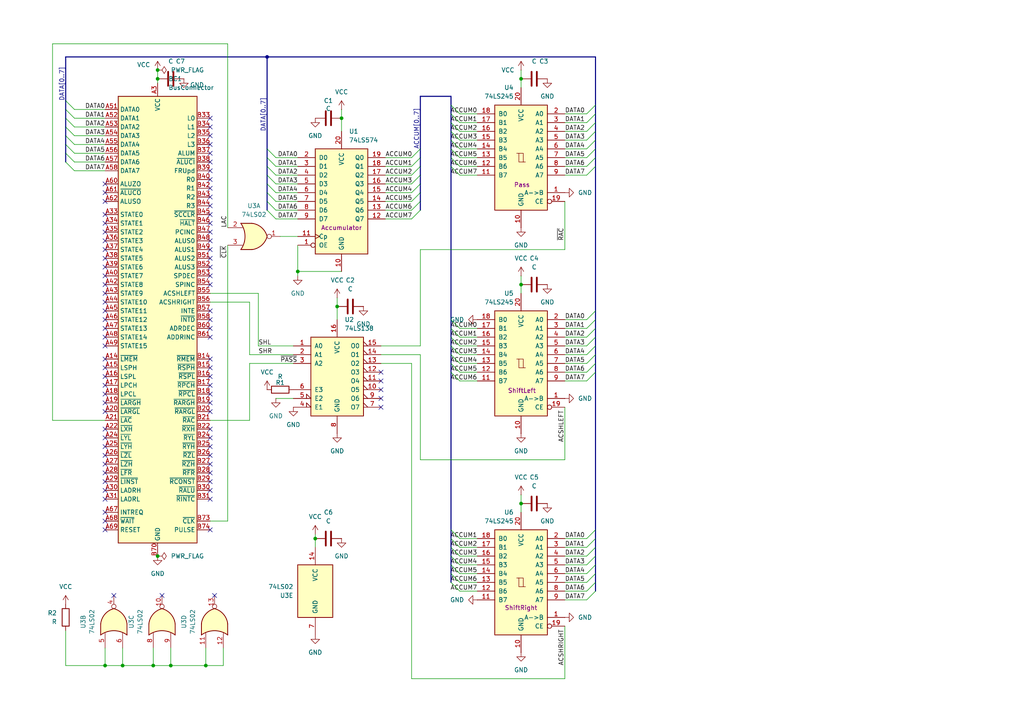
<source format=kicad_sch>
(kicad_sch (version 20250114) (generator "eeschema") (generator_version "9.0")
  (paper "A4")
  (junction (at 45.72 20.32))
  (junction (at 30.48 193.04))
  (junction (at 151.13 22.86))
  (junction (at 151.13 82.55))
  (junction (at 151.13 146.05))
  (junction (at 99.06 34.29))
  (junction (at 97.79 88.9))
  (junction (at 35.56 193.04))
  (junction (at 86.36 78.74))
  (junction (at 91.44 156.21))
  (junction (at 59.69 193.04))
  (junction (at 44.45 193.04))
  (junction (at 49.53 193.04))
  (junction (at 77.47 16.51))
  (junction (at 45.72 161.29))
  (junction (at 45.72 22.86))
  (no_connect (at 30.48 90.17))
  (no_connect (at 60.96 57.15))
  (no_connect (at 30.48 80.01))
  (no_connect (at 60.96 72.39))
  (no_connect (at 30.48 124.46))
  (no_connect (at 30.48 77.47))
  (no_connect (at 30.48 109.22))
  (no_connect (at 60.96 39.37))
  (no_connect (at 60.96 139.7))
  (no_connect (at 60.96 132.08))
  (no_connect (at 60.96 59.69))
  (no_connect (at 60.96 74.93))
  (no_connect (at 30.48 67.31))
  (no_connect (at 110.49 110.49))
  (no_connect (at 30.48 106.68))
  (no_connect (at 60.96 142.24))
  (no_connect (at 30.48 137.16))
  (no_connect (at 30.48 119.38))
  (no_connect (at 30.48 62.23))
  (no_connect (at 60.96 52.07))
  (no_connect (at 60.96 137.16))
  (no_connect (at 60.96 127))
  (no_connect (at 30.48 151.13))
  (no_connect (at 30.48 132.08))
  (no_connect (at 60.96 111.76))
  (no_connect (at 30.48 153.67))
  (no_connect (at 60.96 64.77))
  (no_connect (at 30.48 58.42))
  (no_connect (at 30.48 134.62))
  (no_connect (at 60.96 95.25))
  (no_connect (at 110.49 118.11))
  (no_connect (at 30.48 114.3))
  (no_connect (at 60.96 80.01))
  (no_connect (at 60.96 34.29))
  (no_connect (at 30.48 129.54))
  (no_connect (at 60.96 49.53))
  (no_connect (at 30.48 127))
  (no_connect (at 60.96 92.71))
  (no_connect (at 30.48 144.78))
  (no_connect (at 60.96 124.46))
  (no_connect (at 60.96 134.62))
  (no_connect (at 30.48 92.71))
  (no_connect (at 60.96 114.3))
  (no_connect (at 60.96 67.31))
  (no_connect (at 30.48 55.88))
  (no_connect (at 60.96 119.38))
  (no_connect (at 60.96 69.85))
  (no_connect (at 60.96 153.67))
  (no_connect (at 30.48 116.84))
  (no_connect (at 110.49 115.57))
  (no_connect (at 60.96 106.68))
  (no_connect (at 60.96 46.99))
  (no_connect (at 30.48 100.33))
  (no_connect (at 60.96 77.47))
  (no_connect (at 60.96 44.45))
  (no_connect (at 30.48 74.93))
  (no_connect (at 60.96 129.54))
  (no_connect (at 60.96 82.55))
  (no_connect (at 60.96 97.79))
  (no_connect (at 30.48 72.39))
  (no_connect (at 60.96 90.17))
  (no_connect (at 30.48 139.7))
  (no_connect (at 30.48 85.09))
  (no_connect (at 30.48 95.25))
  (no_connect (at 60.96 104.14))
  (no_connect (at 30.48 69.85))
  (no_connect (at 60.96 144.78))
  (no_connect (at 30.48 97.79))
  (no_connect (at 60.96 36.83))
  (no_connect (at 110.49 113.03))
  (no_connect (at 30.48 82.55))
  (no_connect (at 110.49 107.95))
  (no_connect (at 30.48 104.14))
  (no_connect (at 33.02 172.72))
  (no_connect (at 30.48 53.34))
  (no_connect (at 30.48 111.76))
  (no_connect (at 60.96 41.91))
  (no_connect (at 30.48 148.59))
  (no_connect (at 60.96 116.84))
  (no_connect (at 30.48 142.24))
  (no_connect (at 60.96 62.23))
  (no_connect (at 46.99 172.72))
  (no_connect (at 30.48 64.77))
  (no_connect (at 30.48 87.63))
  (no_connect (at 62.23 172.72))
  (no_connect (at 60.96 54.61))
  (no_connect (at 60.96 109.22))
  (bus_entry (at 130.81 30.48) (size 2.54 2.54))
  (bus_entry (at 130.81 105.41) (size 2.54 2.54))
  (bus_entry (at 172.72 90.17) (size -2.54 2.54))
  (bus_entry (at 121.92 45.72) (size -2.54 2.54))
  (bus_entry (at 19.05 31.75) (size 2.54 2.54))
  (bus_entry (at 121.92 55.88) (size -2.54 2.54))
  (bus_entry (at 130.81 166.37) (size 2.54 2.54))
  (bus_entry (at 130.81 35.56) (size 2.54 2.54))
  (bus_entry (at 172.72 35.56) (size -2.54 2.54))
  (bus_entry (at 172.72 166.37) (size -2.54 2.54))
  (bus_entry (at 19.05 29.21) (size 2.54 2.54))
  (bus_entry (at 130.81 40.64) (size 2.54 2.54))
  (bus_entry (at 172.72 107.95) (size -2.54 2.54))
  (bus_entry (at 19.05 34.29) (size 2.54 2.54))
  (bus_entry (at 130.81 163.83) (size 2.54 2.54))
  (bus_entry (at 121.92 50.8) (size -2.54 2.54))
  (bus_entry (at 121.92 60.96) (size -2.54 2.54))
  (bus_entry (at 19.05 41.91) (size 2.54 2.54))
  (bus_entry (at 77.47 60.96) (size 2.54 2.54))
  (bus_entry (at 121.92 53.34) (size -2.54 2.54))
  (bus_entry (at 121.92 43.18) (size -2.54 2.54))
  (bus_entry (at 172.72 105.41) (size -2.54 2.54))
  (bus_entry (at 130.81 158.75) (size 2.54 2.54))
  (bus_entry (at 172.72 171.45) (size -2.54 2.54))
  (bus_entry (at 130.81 33.02) (size 2.54 2.54))
  (bus_entry (at 19.05 44.45) (size 2.54 2.54))
  (bus_entry (at 130.81 95.25) (size 2.54 2.54))
  (bus_entry (at 130.81 156.21) (size 2.54 2.54))
  (bus_entry (at 172.72 43.18) (size -2.54 2.54))
  (bus_entry (at 77.47 50.8) (size 2.54 2.54))
  (bus_entry (at 172.72 163.83) (size -2.54 2.54))
  (bus_entry (at 172.72 156.21) (size -2.54 2.54))
  (bus_entry (at 19.05 46.99) (size 2.54 2.54))
  (bus_entry (at 121.92 58.42) (size -2.54 2.54))
  (bus_entry (at 77.47 58.42) (size 2.54 2.54))
  (bus_entry (at 130.81 45.72) (size 2.54 2.54))
  (bus_entry (at 19.05 39.37) (size 2.54 2.54))
  (bus_entry (at 77.47 43.18) (size 2.54 2.54))
  (bus_entry (at 130.81 38.1) (size 2.54 2.54))
  (bus_entry (at 172.72 168.91) (size -2.54 2.54))
  (bus_entry (at 19.05 36.83) (size 2.54 2.54))
  (bus_entry (at 172.72 158.75) (size -2.54 2.54))
  (bus_entry (at 130.81 100.33) (size 2.54 2.54))
  (bus_entry (at 130.81 107.95) (size 2.54 2.54))
  (bus_entry (at 130.81 168.91) (size 2.54 2.54))
  (bus_entry (at 172.72 95.25) (size -2.54 2.54))
  (bus_entry (at 130.81 97.79) (size 2.54 2.54))
  (bus_entry (at 130.81 43.18) (size 2.54 2.54))
  (bus_entry (at 172.72 30.48) (size -2.54 2.54))
  (bus_entry (at 172.72 97.79) (size -2.54 2.54))
  (bus_entry (at 172.72 161.29) (size -2.54 2.54))
  (bus_entry (at 172.72 102.87) (size -2.54 2.54))
  (bus_entry (at 77.47 53.34) (size 2.54 2.54))
  (bus_entry (at 172.72 153.67) (size -2.54 2.54))
  (bus_entry (at 130.81 92.71) (size 2.54 2.54))
  (bus_entry (at 77.47 55.88) (size 2.54 2.54))
  (bus_entry (at 172.72 40.64) (size -2.54 2.54))
  (bus_entry (at 121.92 48.26) (size -2.54 2.54))
  (bus_entry (at 77.47 48.26) (size 2.54 2.54))
  (bus_entry (at 130.81 48.26) (size 2.54 2.54))
  (bus_entry (at 130.81 153.67) (size 2.54 2.54))
  (bus_entry (at 77.47 45.72) (size 2.54 2.54))
  (bus_entry (at 130.81 102.87) (size 2.54 2.54))
  (bus_entry (at 130.81 161.29) (size 2.54 2.54))
  (bus_entry (at 172.72 92.71) (size -2.54 2.54))
  (bus_entry (at 172.72 38.1) (size -2.54 2.54))
  (bus_entry (at 172.72 45.72) (size -2.54 2.54))
  (bus_entry (at 172.72 48.26) (size -2.54 2.54))
  (bus_entry (at 172.72 33.02) (size -2.54 2.54))
  (bus_entry (at 172.72 100.33) (size -2.54 2.54))
  (wire (pts (xy 111.76 63.5) (xy 119.38 63.5)))
  (wire (pts (xy 110.49 100.33) (xy 121.92 100.33)))
  (wire (pts (xy 111.76 48.26) (xy 119.38 48.26)))
  (wire (pts (xy 133.35 171.45) (xy 138.43 171.45)))
  (bus (pts (xy 77.47 16.51) (xy 19.05 16.51)))
  (wire (pts (xy 163.83 72.39) (xy 163.83 58.42)))
  (wire (pts (xy 74.93 100.33) (xy 85.09 100.33)))
  (wire (pts (xy 91.44 154.94) (xy 91.44 156.21)))
  (bus (pts (xy 130.81 92.71) (xy 130.81 95.25)))
  (wire (pts (xy 30.48 121.92) (xy 15.24 121.92)))
  (wire (pts (xy 49.53 193.04) (xy 59.69 193.04)))
  (wire (pts (xy 133.35 105.41) (xy 138.43 105.41)))
  (wire (pts (xy 133.35 107.95) (xy 138.43 107.95)))
  (bus (pts (xy 130.81 156.21) (xy 130.81 158.75)))
  (bus (pts (xy 130.81 166.37) (xy 130.81 168.91)))
  (wire (pts (xy 170.18 110.49) (xy 163.83 110.49)))
  (wire (pts (xy 44.45 187.96) (xy 44.45 193.04)))
  (wire (pts (xy 21.59 46.99) (xy 30.48 46.99)))
  (wire (pts (xy 133.35 102.87) (xy 138.43 102.87)))
  (bus (pts (xy 77.47 45.72) (xy 77.47 48.26)))
  (wire (pts (xy 35.56 193.04) (xy 44.45 193.04)))
  (bus (pts (xy 172.72 156.21) (xy 172.72 158.75)))
  (wire (pts (xy 151.13 80.01) (xy 151.13 82.55)))
  (bus (pts (xy 172.72 30.48) (xy 172.72 33.02)))
  (bus (pts (xy 19.05 34.29) (xy 19.05 36.83)))
  (wire (pts (xy 133.35 166.37) (xy 138.43 166.37)))
  (wire (pts (xy 133.35 45.72) (xy 138.43 45.72)))
  (wire (pts (xy 121.92 102.87) (xy 121.92 133.35)))
  (bus (pts (xy 172.72 40.64) (xy 172.72 43.18)))
  (wire (pts (xy 80.01 48.26) (xy 86.36 48.26)))
  (wire (pts (xy 170.18 166.37) (xy 163.83 166.37)))
  (wire (pts (xy 111.76 45.72) (xy 119.38 45.72)))
  (bus (pts (xy 172.72 102.87) (xy 172.72 105.41)))
  (wire (pts (xy 99.06 78.74) (xy 86.36 78.74)))
  (wire (pts (xy 66.04 71.12) (xy 66.04 151.13)))
  (wire (pts (xy 72.39 102.87) (xy 85.09 102.87)))
  (wire (pts (xy 80.01 50.8) (xy 86.36 50.8)))
  (bus (pts (xy 130.81 33.02) (xy 130.81 35.56)))
  (wire (pts (xy 110.49 105.41) (xy 119.38 105.41)))
  (wire (pts (xy 133.35 161.29) (xy 138.43 161.29)))
  (wire (pts (xy 133.35 100.33) (xy 138.43 100.33)))
  (wire (pts (xy 45.72 22.86) (xy 45.72 24.13)))
  (wire (pts (xy 170.18 97.79) (xy 163.83 97.79)))
  (bus (pts (xy 172.72 16.51) (xy 77.47 16.51)))
  (wire (pts (xy 72.39 121.92) (xy 72.39 105.41)))
  (bus (pts (xy 121.92 43.18) (xy 121.92 45.72)))
  (wire (pts (xy 170.18 171.45) (xy 163.83 171.45)))
  (wire (pts (xy 170.18 168.91) (xy 163.83 168.91)))
  (wire (pts (xy 80.01 55.88) (xy 86.36 55.88)))
  (wire (pts (xy 170.18 105.41) (xy 163.83 105.41)))
  (wire (pts (xy 72.39 87.63) (xy 72.39 102.87)))
  (bus (pts (xy 130.81 35.56) (xy 130.81 38.1)))
  (bus (pts (xy 19.05 29.21) (xy 19.05 31.75)))
  (wire (pts (xy 111.76 60.96) (xy 119.38 60.96)))
  (wire (pts (xy 170.18 33.02) (xy 163.83 33.02)))
  (wire (pts (xy 133.35 50.8) (xy 138.43 50.8)))
  (wire (pts (xy 35.56 187.96) (xy 35.56 193.04)))
  (bus (pts (xy 172.72 100.33) (xy 172.72 102.87)))
  (bus (pts (xy 77.47 53.34) (xy 77.47 55.88)))
  (bus (pts (xy 130.81 95.25) (xy 130.81 97.79)))
  (wire (pts (xy 21.59 41.91) (xy 30.48 41.91)))
  (wire (pts (xy 66.04 12.7) (xy 66.04 66.04)))
  (wire (pts (xy 133.35 48.26) (xy 138.43 48.26)))
  (wire (pts (xy 133.35 158.75) (xy 138.43 158.75)))
  (wire (pts (xy 111.76 55.88) (xy 119.38 55.88)))
  (bus (pts (xy 130.81 105.41) (xy 130.81 107.95)))
  (wire (pts (xy 80.01 45.72) (xy 86.36 45.72)))
  (wire (pts (xy 170.18 38.1) (xy 163.83 38.1)))
  (wire (pts (xy 133.35 168.91) (xy 138.43 168.91)))
  (bus (pts (xy 121.92 53.34) (xy 121.92 55.88)))
  (wire (pts (xy 97.79 88.9) (xy 97.79 92.71)))
  (wire (pts (xy 121.92 72.39) (xy 163.83 72.39)))
  (wire (pts (xy 99.06 34.29) (xy 99.06 38.1)))
  (wire (pts (xy 30.48 193.04) (xy 35.56 193.04)))
  (bus (pts (xy 172.72 48.26) (xy 172.72 90.17)))
  (wire (pts (xy 133.35 40.64) (xy 138.43 40.64)))
  (bus (pts (xy 172.72 35.56) (xy 172.72 38.1)))
  (bus (pts (xy 130.81 100.33) (xy 130.81 102.87)))
  (bus (pts (xy 77.47 48.26) (xy 77.47 50.8)))
  (wire (pts (xy 15.24 121.92) (xy 15.24 12.7)))
  (wire (pts (xy 170.18 92.71) (xy 163.83 92.71)))
  (wire (pts (xy 59.69 193.04) (xy 64.77 193.04)))
  (wire (pts (xy 170.18 102.87) (xy 163.83 102.87)))
  (wire (pts (xy 133.35 33.02) (xy 138.43 33.02)))
  (bus (pts (xy 121.92 48.26) (xy 121.92 50.8)))
  (wire (pts (xy 21.59 39.37) (xy 30.48 39.37)))
  (bus (pts (xy 172.72 43.18) (xy 172.72 45.72)))
  (wire (pts (xy 133.35 156.21) (xy 138.43 156.21)))
  (wire (pts (xy 21.59 36.83) (xy 30.48 36.83)))
  (wire (pts (xy 99.06 31.75) (xy 99.06 34.29)))
  (wire (pts (xy 170.18 48.26) (xy 163.83 48.26)))
  (bus (pts (xy 19.05 39.37) (xy 19.05 41.91)))
  (bus (pts (xy 172.72 30.48) (xy 172.72 16.51)))
  (bus (pts (xy 172.72 92.71) (xy 172.72 95.25)))
  (bus (pts (xy 19.05 16.51) (xy 19.05 29.21)))
  (wire (pts (xy 170.18 100.33) (xy 163.83 100.33)))
  (wire (pts (xy 80.01 63.5) (xy 86.36 63.5)))
  (wire (pts (xy 170.18 95.25) (xy 163.83 95.25)))
  (wire (pts (xy 119.38 196.85) (xy 163.83 196.85)))
  (wire (pts (xy 97.79 86.36) (xy 97.79 88.9)))
  (wire (pts (xy 133.35 97.79) (xy 138.43 97.79)))
  (wire (pts (xy 45.72 20.32) (xy 45.72 22.86)))
  (bus (pts (xy 130.81 158.75) (xy 130.81 161.29)))
  (wire (pts (xy 151.13 20.32) (xy 151.13 22.86)))
  (bus (pts (xy 172.72 166.37) (xy 172.72 168.91)))
  (wire (pts (xy 49.53 187.96) (xy 49.53 193.04)))
  (wire (pts (xy 21.59 31.75) (xy 30.48 31.75)))
  (wire (pts (xy 133.35 38.1) (xy 138.43 38.1)))
  (wire (pts (xy 60.96 151.13) (xy 66.04 151.13)))
  (wire (pts (xy 133.35 110.49) (xy 138.43 110.49)))
  (bus (pts (xy 172.72 33.02) (xy 172.72 35.56)))
  (wire (pts (xy 60.96 85.09) (xy 74.93 85.09)))
  (wire (pts (xy 170.18 158.75) (xy 163.83 158.75)))
  (wire (pts (xy 121.92 133.35) (xy 163.83 133.35)))
  (wire (pts (xy 21.59 34.29) (xy 30.48 34.29)))
  (wire (pts (xy 110.49 102.87) (xy 121.92 102.87)))
  (wire (pts (xy 133.35 43.18) (xy 138.43 43.18)))
  (bus (pts (xy 77.47 50.8) (xy 77.47 53.34)))
  (bus (pts (xy 121.92 43.18) (xy 121.92 27.94)))
  (bus (pts (xy 121.92 45.72) (xy 121.92 48.26)))
  (bus (pts (xy 121.92 55.88) (xy 121.92 58.42)))
  (wire (pts (xy 91.44 156.21) (xy 91.44 158.75)))
  (wire (pts (xy 170.18 163.83) (xy 163.83 163.83)))
  (bus (pts (xy 172.72 90.17) (xy 172.72 92.71)))
  (wire (pts (xy 19.05 182.88) (xy 19.05 193.04)))
  (wire (pts (xy 151.13 22.86) (xy 151.13 25.4)))
  (bus (pts (xy 172.72 45.72) (xy 172.72 48.26)))
  (wire (pts (xy 133.35 35.56) (xy 138.43 35.56)))
  (wire (pts (xy 151.13 143.51) (xy 151.13 146.05)))
  (wire (pts (xy 170.18 35.56) (xy 163.83 35.56)))
  (wire (pts (xy 133.35 95.25) (xy 138.43 95.25)))
  (wire (pts (xy 80.01 115.57) (xy 85.09 115.57)))
  (bus (pts (xy 130.81 30.48) (xy 130.81 33.02)))
  (bus (pts (xy 19.05 31.75) (xy 19.05 34.29)))
  (wire (pts (xy 80.01 58.42) (xy 86.36 58.42)))
  (bus (pts (xy 172.72 97.79) (xy 172.72 100.33)))
  (bus (pts (xy 130.81 48.26) (xy 130.81 92.71)))
  (wire (pts (xy 151.13 146.05) (xy 151.13 148.59)))
  (bus (pts (xy 172.72 168.91) (xy 172.72 171.45)))
  (wire (pts (xy 64.77 193.04) (xy 64.77 187.96)))
  (bus (pts (xy 130.81 102.87) (xy 130.81 105.41)))
  (bus (pts (xy 77.47 16.51) (xy 77.47 43.18)))
  (bus (pts (xy 172.72 161.29) (xy 172.72 163.83)))
  (bus (pts (xy 172.72 107.95) (xy 172.72 153.67)))
  (bus (pts (xy 19.05 36.83) (xy 19.05 39.37)))
  (wire (pts (xy 170.18 40.64) (xy 163.83 40.64)))
  (wire (pts (xy 111.76 58.42) (xy 119.38 58.42)))
  (wire (pts (xy 170.18 161.29) (xy 163.83 161.29)))
  (bus (pts (xy 130.81 43.18) (xy 130.81 45.72)))
  (wire (pts (xy 151.13 82.55) (xy 151.13 85.09)))
  (wire (pts (xy 59.69 187.96) (xy 59.69 193.04)))
  (wire (pts (xy 111.76 53.34) (xy 119.38 53.34)))
  (wire (pts (xy 170.18 173.99) (xy 163.83 173.99)))
  (wire (pts (xy 80.01 53.34) (xy 86.36 53.34)))
  (wire (pts (xy 121.92 100.33) (xy 121.92 72.39)))
  (wire (pts (xy 170.18 43.18) (xy 163.83 43.18)))
  (bus (pts (xy 172.72 163.83) (xy 172.72 166.37)))
  (bus (pts (xy 130.81 161.29) (xy 130.81 163.83)))
  (bus (pts (xy 172.72 38.1) (xy 172.72 40.64)))
  (wire (pts (xy 170.18 50.8) (xy 163.83 50.8)))
  (wire (pts (xy 60.96 121.92) (xy 72.39 121.92)))
  (wire (pts (xy 170.18 156.21) (xy 163.83 156.21)))
  (bus (pts (xy 130.81 163.83) (xy 130.81 166.37)))
  (bus (pts (xy 121.92 58.42) (xy 121.92 60.96)))
  (bus (pts (xy 77.47 58.42) (xy 77.47 60.96)))
  (bus (pts (xy 130.81 45.72) (xy 130.81 48.26)))
  (bus (pts (xy 172.72 158.75) (xy 172.72 161.29)))
  (wire (pts (xy 60.96 87.63) (xy 72.39 87.63)))
  (bus (pts (xy 130.81 40.64) (xy 130.81 43.18)))
  (wire (pts (xy 170.18 45.72) (xy 163.83 45.72)))
  (wire (pts (xy 21.59 44.45) (xy 30.48 44.45)))
  (wire (pts (xy 86.36 78.74) (xy 86.36 80.01)))
  (wire (pts (xy 44.45 193.04) (xy 49.53 193.04)))
  (wire (pts (xy 19.05 193.04) (xy 30.48 193.04)))
  (wire (pts (xy 163.83 133.35) (xy 163.83 118.11)))
  (bus (pts (xy 77.47 55.88) (xy 77.47 58.42)))
  (bus (pts (xy 77.47 43.18) (xy 77.47 45.72)))
  (wire (pts (xy 74.93 85.09) (xy 74.93 100.33)))
  (bus (pts (xy 130.81 97.79) (xy 130.81 100.33)))
  (wire (pts (xy 119.38 105.41) (xy 119.38 196.85)))
  (bus (pts (xy 172.72 95.25) (xy 172.72 97.79)))
  (bus (pts (xy 121.92 27.94) (xy 130.81 27.94)))
  (wire (pts (xy 81.28 68.58) (xy 86.36 68.58)))
  (wire (pts (xy 80.01 60.96) (xy 86.36 60.96)))
  (wire (pts (xy 170.18 107.95) (xy 163.83 107.95)))
  (bus (pts (xy 130.81 27.94) (xy 130.81 30.48)))
  (wire (pts (xy 86.36 71.12) (xy 86.36 78.74)))
  (bus (pts (xy 130.81 107.95) (xy 130.81 153.67)))
  (wire (pts (xy 163.83 196.85) (xy 163.83 181.61)))
  (wire (pts (xy 21.59 49.53) (xy 30.48 49.53)))
  (wire (pts (xy 133.35 163.83) (xy 138.43 163.83)))
  (bus (pts (xy 121.92 50.8) (xy 121.92 53.34)))
  (bus (pts (xy 172.72 153.67) (xy 172.72 156.21)))
  (bus (pts (xy 130.81 38.1) (xy 130.81 40.64)))
  (bus (pts (xy 130.81 153.67) (xy 130.81 156.21)))
  (bus (pts (xy 19.05 44.45) (xy 19.05 46.99)))
  (wire (pts (xy 111.76 50.8) (xy 119.38 50.8)))
  (bus (pts (xy 19.05 41.91) (xy 19.05 44.45)))
  (bus (pts (xy 172.72 105.41) (xy 172.72 107.95)))
  (wire (pts (xy 15.24 12.7) (xy 66.04 12.7)))
  (wire (pts (xy 72.39 105.41) (xy 85.09 105.41)))
  (wire (pts (xy 30.48 187.96) (xy 30.48 193.04)))
  (label "DATA7" (at 163.83 50.8 0))
  (label "ACCUM5" (at 138.43 107.95 180))
  (label "ACCUM3" (at 138.43 161.29 180))
  (label "ACCUM5" (at 138.43 45.72 180))
  (label "ACCUM4" (at 138.43 163.83 180))
  (label "DATA6" (at 30.48 46.99 180))
  (label "ACCUM6" (at 138.43 110.49 180))
  (label "DATA6" (at 163.83 107.95 0))
  (label "ACCUM1" (at 138.43 97.79 180))
  (label "DATA6" (at 163.83 48.26 0))
  (label "SHL" (at 74.93 100.33 0))
  (label "ACCUM0" (at 138.43 95.25 180))
  (label "DATA4" (at 163.83 166.37 0))
  (label "DATA[0..7]" (at 19.05 29.21 90))
  (label "ACCUM2" (at 111.76 50.8 0))
  (label "DATA4" (at 163.83 43.18 0))
  (label "ACCUM3" (at 111.76 53.34 0))
  (label "ACCUM6" (at 138.43 48.26 180))
  (label "DATA[0..7]" (at 77.47 38.1 90))
  (label "DATA0" (at 163.83 92.71 0))
  (label "~{PASS}" (at 81.28 105.41 0))
  (label "DATA6" (at 86.36 60.96 180))
  (label "ACCUM4" (at 138.43 43.18 180))
  (label "DATA2" (at 30.48 36.83 180))
  (label "ACCUM2" (at 138.43 100.33 180))
  (label "ACCUM6" (at 111.76 60.96 0))
  (label "DATA2" (at 163.83 161.29 0))
  (label "ACCUM4" (at 138.43 105.41 180))
  (label "DATA2" (at 163.83 38.1 0))
  (label "DATA7" (at 163.83 110.49 0))
  (label "ACCUM4" (at 111.76 55.88 0))
  (label "DATA3" (at 30.48 39.37 180))
  (label "ACCUM3" (at 138.43 40.64 180))
  (label "DATA0" (at 86.36 45.72 180))
  (label "ACCUM7" (at 138.43 171.45 180))
  (label "DATA7" (at 86.36 63.5 180))
  (label "ACCUM1" (at 138.43 156.21 180))
  (label "SHR" (at 74.93 102.87 0))
  (label "~{CLK}" (at 66.04 74.93 90))
  (label "DATA1" (at 30.48 34.29 180))
  (label "ACCUM[0..7]" (at 121.92 43.18 90))
  (label "DATA2" (at 163.83 97.79 0))
  (label "DATA5" (at 163.83 105.41 0))
  (label "ACCUM0" (at 111.76 45.72 0))
  (label "ACCUM5" (at 138.43 166.37 180))
  (label "DATA0" (at 30.48 31.75 180))
  (label "ACCUM1" (at 111.76 48.26 0))
  (label "DATA6" (at 163.83 171.45 0))
  (label "DATA3" (at 163.83 40.64 0))
  (label "DATA5" (at 86.36 58.42 180))
  (label "ACCUM7" (at 138.43 50.8 180))
  (label "DATA2" (at 86.36 50.8 180))
  (label "DATA7" (at 163.83 173.99 0))
  (label "ACCUM0" (at 138.43 33.02 180))
  (label "DATA4" (at 30.48 41.91 180))
  (label "ACCUM2" (at 138.43 38.1 180))
  (label "DATA3" (at 86.36 53.34 180))
  (label "DATA3" (at 163.83 163.83 0))
  (label "DATA5" (at 30.48 44.45 180))
  (label "DATA0" (at 163.83 156.21 0))
  (label "ACCUM3" (at 138.43 102.87 180))
  (label "ACCUM5" (at 111.76 58.42 0))
  (label "ACCUM7" (at 111.76 63.5 0))
  (label "ACSHRIGHT" (at 163.83 193.04 90))
  (label "DATA3" (at 163.83 100.33 0))
  (label "~{RAC}" (at 163.83 69.85 90))
  (label "ACCUM2" (at 138.43 158.75 180))
  (label "DATA1" (at 86.36 48.26 180))
  (label "DATA4" (at 163.83 102.87 0))
  (label "ACCUM1" (at 138.43 35.56 180))
  (label "DATA1" (at 163.83 158.75 0))
  (label "LAC" (at 66.04 66.04 90))
  (label "DATA0" (at 163.83 33.02 0))
  (label "ACCUM6" (at 138.43 168.91 180))
  (label "DATA1" (at 163.83 35.56 0))
  (label "DATA1" (at 163.83 95.25 0))
  (label "DATA5" (at 163.83 168.91 0))
  (label "DATA4" (at 86.36 55.88 180))
  (label "ACSHLEFT" (at 163.83 128.27 90))
  (label "DATA5" (at 163.83 45.72 0))
  (label "DATA7" (at 30.48 49.53 180))
  (symbol (lib_id "cpu816symbols:BusConnector") (at 45.72 92.71 0) (mirror y) (unit 1)
    (property "Reference" "BC1" (at 48.8381 22.86 0) (effects (justify right)))
    (property "Value" "BusConnector" (at 48.8381 25.4 0) (effects (justify right)))
    (property "Footprint" "Connector_PCBEdge:BUS_PCIexpress_x16" (effects (hide yes)))
    (property "Description" "PCI Express bus connector" (effects (hide yes)))
  )
  (symbol (lib_id "power:VCC") (at 99.06 31.75 0) (unit 1)
    (property "Reference" "#PWR01" (effects (hide yes)))
    (property "Value" "VCC" (at 99.06 26.67 0))
    (property "Description" "Power symbol creates a global label with name \"VCC\"" (effects (hide yes)))
  )
  (symbol (lib_id "power:GND") (at 163.83 115.57 90) (unit 1)
    (property "Reference" "#PWR010" (effects (hide yes)))
    (property "Value" "GND" (at 167.64 115.5699 90) (effects (justify right)))
    (property "Description" "Power symbol creates a global label with name \"GND\" , ground" (effects (hide yes)))
  )
  (symbol (lib_id "power:GND") (at 163.83 179.07 90) (unit 1)
    (property "Reference" "#PWR015" (effects (hide yes)))
    (property "Value" "GND" (at 167.64 179.0699 90) (effects (justify right)))
    (property "Description" "Power symbol creates a global label with name \"GND\" , ground" (effects (hide yes)))
  )
  (symbol (lib_id "power:GND") (at 86.36 80.01 0) (unit 1)
    (property "Reference" "#PWR02" (effects (hide yes)))
    (property "Value" "GND" (at 86.36 85.09 0))
    (property "Description" "Power symbol creates a global label with name \"GND\" , ground" (effects (hide yes)))
  )
  (symbol (lib_id "power:GND") (at 91.44 184.15 0) (unit 1)
    (property "Reference" "#PWR026" (effects (hide yes)))
    (property "Value" "GND" (at 91.44 189.23 0))
    (property "Description" "Power symbol creates a global label with name \"GND\" , ground" (effects (hide yes)))
  )
  (symbol (lib_id "power:GND") (at 91.44 34.29 0) (unit 1)
    (property "Reference" "#PWR03" (effects (hide yes)))
    (property "Value" "GND" (at 91.44 39.37 0))
    (property "Description" "Power symbol creates a global label with name \"GND\" , ground" (effects (hide yes)))
  )
  (symbol (lib_id "Device:R") (at 81.28 113.03 90) (unit 1)
    (property "Reference" "R1" (at 81.28 110.998 90))
    (property "Value" "R" (at 81.28 109.22 90))
    (property "Footprint" "Resistor_THT:R_Axial_DIN0207_L6.3mm_D2.5mm_P7.62mm_Horizontal" (effects (hide yes)))
    (property "Description" "Resistor" (effects (hide yes)))
  )
  (symbol (lib_id "power:VCC") (at 45.72 20.32 0) (unit 1)
    (property "Reference" "#PWR028" (effects (hide yes)))
    (property "Value" "VCC" (at 41.656 18.796 0))
    (property "Description" "Power symbol creates a global label with name \"VCC\"" (effects (hide yes)))
  )
  (symbol (lib_id "74xx:74LS245") (at 151.13 168.91 0) (mirror y) (unit 1)
    (property "Reference" "U6" (at 148.9867 148.59 0) (effects (justify left)))
    (property "Value" "74LS245" (at 148.9867 151.13 0) (effects (justify left)))
    (property "Footprint" "Package_DIP:DIP-20_W7.62mm_Socket_LongPads" (effects (hide yes)))
    (property "Datasheet" "http://www.ti.com/lit/gpn/sn74LS245" (effects (hide yes)))
    (property "Description" "Octal BUS Transceivers, 3-State outputs" (effects (hide yes)))
    (property "Type" "ShiftRight" (at 151.13 176.276 0))
  )
  (symbol (lib_id "power:GND") (at 151.13 125.73 0) (unit 1)
    (property "Reference" "#PWR011" (effects (hide yes)))
    (property "Value" "GND" (at 151.13 130.81 0))
    (property "Description" "Power symbol creates a global label with name \"GND\" , ground" (effects (hide yes)))
  )
  (symbol (lib_id "power:PWR_FLAG") (at 45.72 161.29 270) (unit 1)
    (property "Reference" "#FLG02" (effects (hide yes)))
    (property "Value" "PWR_FLAG" (at 49.53 161.2899 90) (effects (justify left)))
    (property "Description" "Special symbol for telling ERC where power comes from" (effects (hide yes)))
  )
  (symbol (lib_id "power:PWR_FLAG") (at 45.72 20.32 270) (unit 1)
    (property "Reference" "#FLG01" (effects (hide yes)))
    (property "Value" "PWR_FLAG" (at 49.53 20.3199 90) (effects (justify left)))
    (property "Description" "Special symbol for telling ERC where power comes from" (effects (hide yes)))
  )
  (symbol (lib_id "power:VCC") (at 151.13 80.01 0) (unit 1)
    (property "Reference" "#PWR020" (effects (hide yes)))
    (property "Value" "VCC" (at 151.13 74.93 0))
    (property "Description" "Power symbol creates a global label with name \"VCC\"" (effects (hide yes)))
  )
  (symbol (lib_id "power:VCC") (at 91.44 154.94 0) (unit 1)
    (property "Reference" "#PWR024" (effects (hide yes)))
    (property "Value" "VCC" (at 91.44 149.86 0))
    (property "Description" "Power symbol creates a global label with name \"VCC\"" (effects (hide yes)))
  )
  (symbol (lib_id "Device:C") (at 154.94 82.55 90) (unit 1)
    (property "Reference" "C4" (at 154.94 74.93 90))
    (property "Value" "C" (at 154.94 77.47 90))
    (property "Footprint" "Capacitor_THT:C_Disc_D5.0mm_W2.5mm_P5.00mm" (effects (hide yes)))
    (property "Description" "Unpolarized capacitor" (effects (hide yes)))
  )
  (symbol (lib_id "power:VCC") (at 97.79 86.36 0) (unit 1)
    (property "Reference" "#PWR04" (effects (hide yes)))
    (property "Value" "VCC" (at 97.79 81.28 0))
    (property "Description" "Power symbol creates a global label with name \"VCC\"" (effects (hide yes)))
  )
  (symbol (lib_id "power:GND") (at 151.13 189.23 0) (unit 1)
    (property "Reference" "#PWR012" (effects (hide yes)))
    (property "Value" "GND" (at 151.13 194.31 0))
    (property "Description" "Power symbol creates a global label with name \"GND\" , ground" (effects (hide yes)))
  )
  (symbol (lib_id "74xx:74LS02") (at 33.02 180.34 90) (unit 2)
    (property "Reference" "U3" (at 24.13 180.34 0))
    (property "Value" "74LS02" (at 26.67 180.34 0))
    (property "Footprint" "Package_DIP:DIP-14_W7.62mm_Socket_LongPads" (effects (hide yes)))
    (property "Datasheet" "http://www.ti.com/lit/gpn/sn74ls02" (effects (hide yes)))
    (property "Description" "quad 2-input NOR gate" (effects (hide yes)))
  )
  (symbol (lib_id "power:GND") (at 158.75 22.86 0) (unit 1)
    (property "Reference" "#PWR017" (effects (hide yes)))
    (property "Value" "GND" (at 158.75 27.94 0))
    (property "Description" "Power symbol creates a global label with name \"GND\" , ground" (effects (hide yes)))
  )
  (symbol (lib_id "power:GND") (at 97.79 125.73 0) (unit 1)
    (property "Reference" "#PWR06" (effects (hide yes)))
    (property "Value" "GND" (at 97.79 130.81 0))
    (property "Description" "Power symbol creates a global label with name \"GND\" , ground" (effects (hide yes)))
  )
  (symbol (lib_id "74xx:74LS138") (at 97.79 107.95 0) (unit 1)
    (property "Reference" "U2" (at 99.9333 92.71 0) (effects (justify left)))
    (property "Value" "74LS138" (at 99.9333 95.25 0) (effects (justify left)))
    (property "Footprint" "Package_DIP:DIP-16_W7.62mm_Socket_LongPads" (effects (hide yes)))
    (property "Datasheet" "http://www.ti.com/lit/gpn/sn74LS138" (effects (hide yes)))
    (property "Description" "Decoder 3 to 8 active low outputs" (effects (hide yes)))
  )
  (symbol (lib_id "74xx:74LS245") (at 151.13 45.72 0) (mirror y) (unit 1)
    (property "Reference" "U4" (at 148.9867 25.4 0) (effects (justify left)))
    (property "Value" "74LS245" (at 148.9867 27.94 0) (effects (justify left)))
    (property "Footprint" "Package_DIP:DIP-20_W7.62mm_Socket_LongPads" (effects (hide yes)))
    (property "Datasheet" "http://www.ti.com/lit/gpn/sn74LS245" (effects (hide yes)))
    (property "Description" "Octal BUS Transceivers, 3-State outputs" (effects (hide yes)))
    (property "Type" "Pass" (at 151.384 53.594 0))
  )
  (symbol (lib_id "power:GND") (at 158.75 82.55 0) (unit 1)
    (property "Reference" "#PWR021" (effects (hide yes)))
    (property "Value" "GND" (at 158.75 87.63 0))
    (property "Description" "Power symbol creates a global label with name \"GND\" , ground" (effects (hide yes)))
  )
  (symbol (lib_id "74xx:74LS02") (at 91.44 171.45 0) (unit 5)
    (property "Reference" "U3" (at 85.09 172.7201 0) (effects (justify right)))
    (property "Value" "74LS02" (at 85.09 170.1801 0) (effects (justify right)))
    (property "Footprint" "Package_DIP:DIP-14_W7.62mm_Socket_LongPads" (effects (hide yes)))
    (property "Datasheet" "http://www.ti.com/lit/gpn/sn74ls02" (effects (hide yes)))
    (property "Description" "quad 2-input NOR gate" (effects (hide yes)))
  )
  (symbol (lib_id "power:GND") (at 80.01 115.57 0) (unit 1)
    (property "Reference" "#PWR08" (effects (hide yes)))
    (property "Value" "GND" (at 80.01 120.65 0))
    (property "Description" "Power symbol creates a global label with name \"GND\" , ground" (effects (hide yes)))
  )
  (symbol (lib_id "Device:C") (at 95.25 34.29 270) (mirror x) (unit 1)
    (property "Reference" "C1" (at 95.25 29.21 90))
    (property "Value" "C" (at 95.25 31.496 90))
    (property "Footprint" "Capacitor_THT:C_Disc_D5.0mm_W2.5mm_P5.00mm" (effects (hide yes)))
    (property "Description" "Unpolarized capacitor" (effects (hide yes)))
  )
  (symbol (lib_id "power:GND") (at 85.09 118.11 0) (unit 1)
    (property "Reference" "#PWR07" (effects (hide yes)))
    (property "Value" "GND" (at 85.09 123.19 0))
    (property "Description" "Power symbol creates a global label with name \"GND\" , ground" (effects (hide yes)))
  )
  (symbol (lib_id "74xx:74LS02") (at 62.23 180.34 90) (unit 4)
    (property "Reference" "U3" (at 53.34 180.34 0))
    (property "Value" "74LS02" (at 55.88 180.34 0))
    (property "Footprint" "Package_DIP:DIP-14_W7.62mm_Socket_LongPads" (effects (hide yes)))
    (property "Datasheet" "http://www.ti.com/lit/gpn/sn74ls02" (effects (hide yes)))
    (property "Description" "quad 2-input NOR gate" (effects (hide yes)))
  )
  (symbol (lib_id "Device:C") (at 49.53 22.86 90) (unit 1) (exclude_from_sim yes)
    (property "Reference" "C7" (at 52.324 17.78 90))
    (property "Value" "C" (at 49.53 17.78 90))
    (property "Footprint" "Capacitor_THT:C_Radial_D6.3mm_H5.0mm_P2.50mm" (effects (hide yes)))
    (property "Description" "Unpolarized capacitor" (effects (hide yes)))
  )
  (symbol (lib_id "power:VCC") (at 77.47 113.03 0) (unit 1)
    (property "Reference" "#PWR09" (effects (hide yes)))
    (property "Value" "VCC" (at 77.47 107.95 0))
    (property "Description" "Power symbol creates a global label with name \"VCC\"" (effects (hide yes)))
  )
  (symbol (lib_id "power:GND") (at 138.43 92.71 270) (unit 1)
    (property "Reference" "#PWR019" (effects (hide yes)))
    (property "Value" "GND" (at 134.62 92.7099 90) (effects (justify right)))
    (property "Description" "Power symbol creates a global label with name \"GND\" , ground" (effects (hide yes)))
  )
  (symbol (lib_id "power:GND") (at 99.06 156.21 0) (unit 1)
    (property "Reference" "#PWR025" (effects (hide yes)))
    (property "Value" "GND" (at 99.06 161.29 0))
    (property "Description" "Power symbol creates a global label with name \"GND\" , ground" (effects (hide yes)))
  )
  (symbol (lib_id "74xx:74LS574") (at 99.06 58.42 0) (unit 1)
    (property "Reference" "U1" (at 101.2033 38.1 0) (effects (justify left)))
    (property "Value" "74LS574" (at 101.2033 40.64 0) (effects (justify left)))
    (property "Footprint" "Package_DIP:DIP-20_W7.62mm_Socket_LongPads" (effects (hide yes)))
    (property "Datasheet" "http://www.ti.com/lit/gpn/sn74LS574" (effects (hide yes)))
    (property "Description" "8-bit Register, 3-state outputs" (effects (hide yes)))
    (property "Type" "Accumulator" (at 99.06 66.04 0))
  )
  (symbol (lib_id "74xx:74LS02") (at 46.99 180.34 90) (unit 3)
    (property "Reference" "U3" (at 38.1 180.34 0))
    (property "Value" "74LS02" (at 40.64 180.34 0))
    (property "Footprint" "Package_DIP:DIP-14_W7.62mm_Socket_LongPads" (effects (hide yes)))
    (property "Datasheet" "http://www.ti.com/lit/gpn/sn74ls02" (effects (hide yes)))
    (property "Description" "quad 2-input NOR gate" (effects (hide yes)))
  )
  (symbol (lib_id "Device:C") (at 101.6 88.9 90) (unit 1)
    (property "Reference" "C2" (at 101.6 81.28 90))
    (property "Value" "C" (at 101.6 83.82 90))
    (property "Footprint" "Capacitor_THT:C_Disc_D5.0mm_W2.5mm_P5.00mm" (effects (hide yes)))
    (property "Description" "Unpolarized capacitor" (effects (hide yes)))
  )
  (symbol (lib_id "74xx:74LS02") (at 73.66 68.58 0) (unit 1)
    (property "Reference" "U3" (at 73.66 59.69 0))
    (property "Value" "74LS02" (at 73.66 62.23 0))
    (property "Footprint" "Package_DIP:DIP-14_W7.62mm_Socket_LongPads" (effects (hide yes)))
    (property "Datasheet" "http://www.ti.com/lit/gpn/sn74ls02" (effects (hide yes)))
    (property "Description" "quad 2-input NOR gate" (effects (hide yes)))
  )
  (symbol (lib_id "power:GND") (at 53.34 22.86 0) (unit 1)
    (property "Reference" "#PWR029" (effects (hide yes)))
    (property "Value" "GND" (at 57.15 24.638 0))
    (property "Description" "Power symbol creates a global label with name \"GND\" , ground" (effects (hide yes)))
  )
  (symbol (lib_id "74xx:74LS245") (at 151.13 105.41 0) (mirror y) (unit 1)
    (property "Reference" "U5" (at 148.9867 85.09 0) (effects (justify left)))
    (property "Value" "74LS245" (at 148.9867 87.63 0) (effects (justify left)))
    (property "Footprint" "Package_DIP:DIP-20_W7.62mm_Socket_LongPads" (effects (hide yes)))
    (property "Datasheet" "http://www.ti.com/lit/gpn/sn74LS245" (effects (hide yes)))
    (property "Description" "Octal BUS Transceivers, 3-State outputs" (effects (hide yes)))
    (property "Type" "ShiftLeft" (at 151.384 113.284 0))
  )
  (symbol (lib_id "Device:C") (at 154.94 146.05 90) (unit 1)
    (property "Reference" "C5" (at 154.94 138.43 90))
    (property "Value" "C" (at 154.94 140.97 90))
    (property "Footprint" "Capacitor_THT:C_Disc_D5.0mm_W2.5mm_P5.00mm" (effects (hide yes)))
    (property "Description" "Unpolarized capacitor" (effects (hide yes)))
  )
  (symbol (lib_id "power:VCC") (at 151.13 20.32 0) (unit 1)
    (property "Reference" "#PWR018" (effects (hide yes)))
    (property "Value" "VCC" (at 147.32 20.32 0))
    (property "Description" "Power symbol creates a global label with name \"VCC\"" (effects (hide yes)))
  )
  (symbol (lib_id "power:GND") (at 158.75 146.05 0) (unit 1)
    (property "Reference" "#PWR023" (effects (hide yes)))
    (property "Value" "GND" (at 158.75 151.13 0))
    (property "Description" "Power symbol creates a global label with name \"GND\" , ground" (effects (hide yes)))
  )
  (symbol (lib_id "power:VCC") (at 19.05 175.26 0) (unit 1)
    (property "Reference" "#PWR030" (effects (hide yes)))
    (property "Value" "VCC" (at 19.05 170.18 0))
    (property "Description" "Power symbol creates a global label with name \"VCC\"" (effects (hide yes)))
  )
  (symbol (lib_id "power:VCC") (at 151.13 143.51 0) (unit 1)
    (property "Reference" "#PWR022" (effects (hide yes)))
    (property "Value" "VCC" (at 151.13 138.43 0))
    (property "Description" "Power symbol creates a global label with name \"VCC\"" (effects (hide yes)))
  )
  (symbol (lib_id "power:GND") (at 138.43 173.99 270) (unit 1)
    (property "Reference" "#PWR016" (effects (hide yes)))
    (property "Value" "GND" (at 134.62 173.9899 90) (effects (justify right)))
    (property "Description" "Power symbol creates a global label with name \"GND\" , ground" (effects (hide yes)))
  )
  (symbol (lib_id "Device:C") (at 95.25 156.21 90) (unit 1)
    (property "Reference" "C6" (at 95.25 148.59 90))
    (property "Value" "C" (at 95.25 151.13 90))
    (property "Footprint" "Capacitor_THT:C_Disc_D5.0mm_W2.5mm_P5.00mm" (effects (hide yes)))
    (property "Description" "Unpolarized capacitor" (effects (hide yes)))
  )
  (symbol (lib_id "power:GND") (at 151.13 66.04 0) (unit 1)
    (property "Reference" "#PWR013" (effects (hide yes)))
    (property "Value" "GND" (at 151.13 71.12 0))
    (property "Description" "Power symbol creates a global label with name \"GND\" , ground" (effects (hide yes)))
  )
  (symbol (lib_id "power:GND") (at 163.83 55.88 90) (unit 1)
    (property "Reference" "#PWR014" (effects (hide yes)))
    (property "Value" "GND" (at 167.64 55.8799 90) (effects (justify right)))
    (property "Description" "Power symbol creates a global label with name \"GND\" , ground" (effects (hide yes)))
  )
  (symbol (lib_id "power:GND") (at 45.72 161.29 0) (unit 1)
    (property "Reference" "#PWR027" (effects (hide yes)))
    (property "Value" "GND" (at 45.72 166.37 0))
    (property "Description" "Power symbol creates a global label with name \"GND\" , ground" (effects (hide yes)))
  )
  (symbol (lib_id "Device:C") (at 154.94 22.86 90) (unit 1)
    (property "Reference" "C3" (at 157.734 17.78 90))
    (property "Value" "C" (at 154.94 17.78 90))
    (property "Footprint" "Capacitor_THT:C_Disc_D5.0mm_W2.5mm_P5.00mm" (effects (hide yes)))
    (property "Description" "Unpolarized capacitor" (effects (hide yes)))
  )
  (symbol (lib_id "power:GND") (at 105.41 88.9 0) (unit 1)
    (property "Reference" "#PWR05" (effects (hide yes)))
    (property "Value" "GND" (at 105.41 93.98 0))
    (property "Description" "Power symbol creates a global label with name \"GND\" , ground" (effects (hide yes)))
  )
  (symbol (lib_id "Device:R") (at 19.05 179.07 0) (mirror x) (unit 1)
    (property "Reference" "R2" (at 16.51 177.7999 0) (effects (justify right)))
    (property "Value" "R" (at 16.51 180.3399 0) (effects (justify right)))
    (property "Footprint" "Resistor_THT:R_Axial_DIN0207_L6.3mm_D2.5mm_P7.62mm_Horizontal" (effects (hide yes)))
    (property "Description" "Resistor" (effects (hide yes)))
  )
)
</source>
